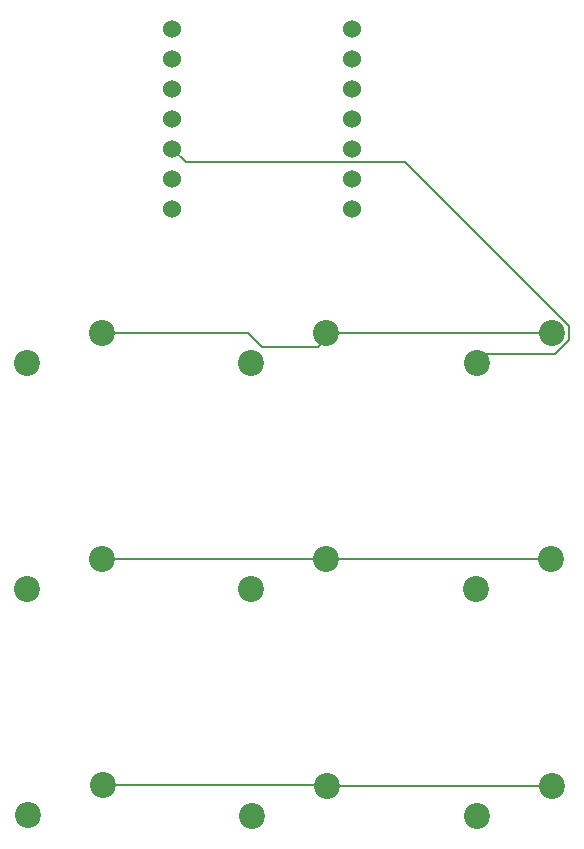
<source format=gbr>
%TF.GenerationSoftware,KiCad,Pcbnew,9.0.6*%
%TF.CreationDate,2025-12-19T09:04:58+05:30*%
%TF.ProjectId,HACKPAD,4841434b-5041-4442-9e6b-696361645f70,rev?*%
%TF.SameCoordinates,Original*%
%TF.FileFunction,Copper,L2,Bot*%
%TF.FilePolarity,Positive*%
%FSLAX46Y46*%
G04 Gerber Fmt 4.6, Leading zero omitted, Abs format (unit mm)*
G04 Created by KiCad (PCBNEW 9.0.6) date 2025-12-19 09:04:58*
%MOMM*%
%LPD*%
G01*
G04 APERTURE LIST*
%TA.AperFunction,ComponentPad*%
%ADD10C,2.200000*%
%TD*%
%TA.AperFunction,ComponentPad*%
%ADD11C,1.524000*%
%TD*%
%TA.AperFunction,Conductor*%
%ADD12C,0.200000*%
%TD*%
G04 APERTURE END LIST*
D10*
%TO.P,SW6,1,1*%
%TO.N,GND*%
X171330000Y-99710000D03*
%TO.P,SW6,2,2*%
%TO.N,Net-(U1-GPIO1{slash}RX)*%
X164980000Y-102250000D03*
%TD*%
%TO.P,SW1,1,1*%
%TO.N,GND*%
X133290000Y-80550000D03*
%TO.P,SW1,2,2*%
%TO.N,Net-(U1-GPIO28{slash}ADC2{slash}A2)*%
X126940000Y-83090000D03*
%TD*%
D11*
%TO.P,U1,1,GPIO26/ADC0/A0*%
%TO.N,unconnected-(U1-GPIO26{slash}ADC0{slash}A0-Pad1)*%
X139260000Y-54788500D03*
%TO.P,U1,2,GPIO27/ADC1/A1*%
%TO.N,Net-(D1-DIN)*%
X139260000Y-57328500D03*
%TO.P,U1,3,GPIO28/ADC2/A2*%
%TO.N,Net-(U1-GPIO28{slash}ADC2{slash}A2)*%
X139260000Y-59868500D03*
%TO.P,U1,4,GPIO29/ADC3/A3*%
%TO.N,Net-(U1-GPIO29{slash}ADC3{slash}A3)*%
X139260000Y-62408500D03*
%TO.P,U1,5,GPIO6/SDA*%
%TO.N,Net-(U1-GPIO6{slash}SDA)*%
X139260000Y-64948500D03*
%TO.P,U1,6,GPIO7/SCL*%
%TO.N,Net-(U1-GPIO7{slash}SCL)*%
X139260000Y-67488500D03*
%TO.P,U1,7,GPIO0/TX*%
%TO.N,Net-(U1-GPIO0{slash}TX)*%
X139260000Y-70028500D03*
%TO.P,U1,8,GPIO1/RX*%
%TO.N,Net-(U1-GPIO1{slash}RX)*%
X154500000Y-70028500D03*
%TO.P,U1,9,GPIO2/SCK*%
%TO.N,Net-(U1-GPIO2{slash}SCK)*%
X154500000Y-67488500D03*
%TO.P,U1,10,GPIO4/MISO*%
%TO.N,Net-(U1-GPIO4{slash}MISO)*%
X154500000Y-64948500D03*
%TO.P,U1,11,GPIO3/MOSI*%
%TO.N,Net-(U1-GPIO3{slash}MOSI)*%
X154500000Y-62408500D03*
%TO.P,U1,12,3V3*%
%TO.N,unconnected-(U1-3V3-Pad12)*%
X154500000Y-59868500D03*
%TO.P,U1,13,GND*%
%TO.N,GND*%
X154500000Y-57328500D03*
%TO.P,U1,14,VBUS*%
%TO.N,+5V*%
X154500000Y-54788500D03*
%TD*%
D10*
%TO.P,SW7,1,1*%
%TO.N,GND*%
X133350000Y-118810000D03*
%TO.P,SW7,2,2*%
%TO.N,Net-(U1-GPIO2{slash}SCK)*%
X127000000Y-121350000D03*
%TD*%
%TO.P,SW3,1,1*%
%TO.N,GND*%
X171390000Y-80550000D03*
%TO.P,SW3,2,2*%
%TO.N,Net-(U1-GPIO6{slash}SDA)*%
X165040000Y-83090000D03*
%TD*%
%TO.P,SW9,1,1*%
%TO.N,GND*%
X171400000Y-118870000D03*
%TO.P,SW9,2,2*%
%TO.N,Net-(U1-GPIO3{slash}MOSI)*%
X165050000Y-121410000D03*
%TD*%
%TO.P,SW5,1,1*%
%TO.N,GND*%
X152300000Y-99710000D03*
%TO.P,SW5,2,2*%
%TO.N,Net-(U1-GPIO0{slash}TX)*%
X145950000Y-102250000D03*
%TD*%
%TO.P,SW4,1,1*%
%TO.N,GND*%
X133330000Y-99680000D03*
%TO.P,SW4,2,2*%
%TO.N,Net-(U1-GPIO7{slash}SCL)*%
X126980000Y-102220000D03*
%TD*%
%TO.P,SW2,1,1*%
%TO.N,GND*%
X152280000Y-80550000D03*
%TO.P,SW2,2,2*%
%TO.N,Net-(U1-GPIO29{slash}ADC3{slash}A3)*%
X145930000Y-83090000D03*
%TD*%
%TO.P,SW8,1,1*%
%TO.N,GND*%
X152320000Y-118870000D03*
%TO.P,SW8,2,2*%
%TO.N,Net-(U1-GPIO4{slash}MISO)*%
X145970000Y-121410000D03*
%TD*%
D12*
%TO.N,GND*%
X152300000Y-99710000D02*
X152840600Y-99710000D01*
X152300000Y-99710000D02*
X152270000Y-99680000D01*
X145633200Y-80550000D02*
X133290000Y-80550000D01*
X161815000Y-99710000D02*
X171330000Y-99710000D01*
X161773700Y-99710000D02*
X161815000Y-99710000D01*
X152840600Y-99710000D02*
X152840700Y-99710000D01*
X152870600Y-99710000D02*
X153755300Y-99710000D01*
X152260000Y-118810000D02*
X152320000Y-118870000D01*
X160399300Y-99710000D02*
X161773700Y-99710000D01*
X152840700Y-99710000D02*
X152870600Y-99710000D01*
X146836800Y-81753600D02*
X145633200Y-80550000D01*
X152320000Y-118870000D02*
X171400000Y-118870000D01*
X133350000Y-118810000D02*
X152260000Y-118810000D01*
X152270000Y-99680000D02*
X133330000Y-99680000D01*
X152776500Y-80550000D02*
X151572900Y-81753600D01*
X158060000Y-80550000D02*
X152280000Y-80550000D01*
X151572900Y-81753600D02*
X146836800Y-81753600D01*
X158060000Y-80550000D02*
X152776500Y-80550000D01*
X171390000Y-80550000D02*
X158060000Y-80550000D01*
X153755300Y-99710000D02*
X160399300Y-99710000D01*
%TO.N,Net-(U1-GPIO6{slash}SDA)*%
X171667100Y-82297100D02*
X172848900Y-81115300D01*
X165832900Y-82297100D02*
X171667100Y-82297100D01*
X140380000Y-66068500D02*
X139260000Y-64948500D01*
X165040000Y-83090000D02*
X165832900Y-82297100D01*
X158942700Y-66068500D02*
X140380000Y-66068500D01*
X172848900Y-81115300D02*
X172848900Y-79974700D01*
X172848900Y-79974700D02*
X158942700Y-66068500D01*
%TD*%
M02*

</source>
